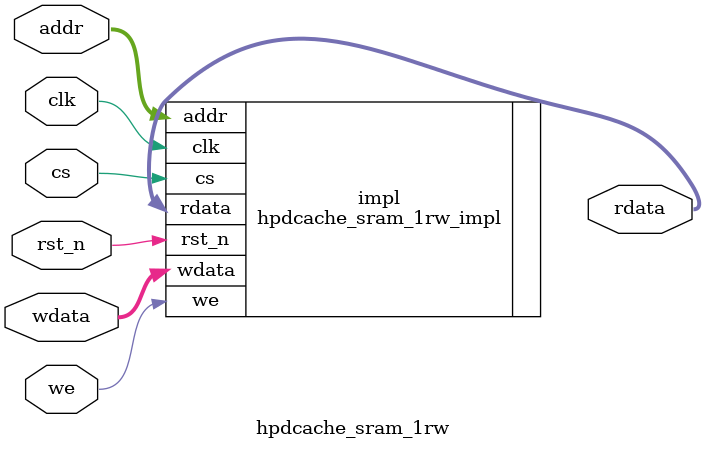
<source format=sv>
/*
 *  Copyright 2023 CEA*
 *  *Commissariat a l'Energie Atomique et aux Energies Alternatives (CEA)
 *
 *  SPDX-License-Identifier: Apache-2.0 WITH SHL-2.1
 *
 *  Licensed under the Solderpad Hardware License v 2.1 (the “License”); you
 *  may not use this file except in compliance with the License, or, at your
 *  option, the Apache License version 2.0. You may obtain a copy of the
 *  License at
 *
 *  https://solderpad.org/licenses/SHL-2.1/
 *
 *  Unless required by applicable law or agreed to in writing, any work
 *  distributed under the License is distributed on an “AS IS” BASIS, WITHOUT
 *  WARRANTIES OR CONDITIONS OF ANY KIND, either express or implied. See the
 *  License for the specific language governing permissions and limitations
 *  under the License.
 */
/*
 *  Authors       : Cesar Fuguet
 *  Creation Date : March, 2020
 *  Description   : SRAM behavioral model
 *  History       :
 */
module hpdcache_sram_1rw
#(
    parameter int unsigned ADDR_SIZE = 0,
    parameter int unsigned DATA_SIZE = 0,
    parameter int unsigned DEPTH = 2**ADDR_SIZE
)
(
    input  logic                  clk,
    input  logic                  rst_n,
    input  logic                  cs,
    input  logic                  we,
    input  logic [ADDR_SIZE-1:0]  addr,
    input  logic [DATA_SIZE-1:0]  wdata,
    output logic [DATA_SIZE-1:0]  rdata
);

    hpdcache_sram_1rw_impl impl (
        .clk(clk),
        .rst_n(rst_n),
        .cs(cs),
        .we(we),
        .addr(addr),
        .wdata(wdata),
        .rdata(rdata)
    );
endmodule : hpdcache_sram_1rw

</source>
